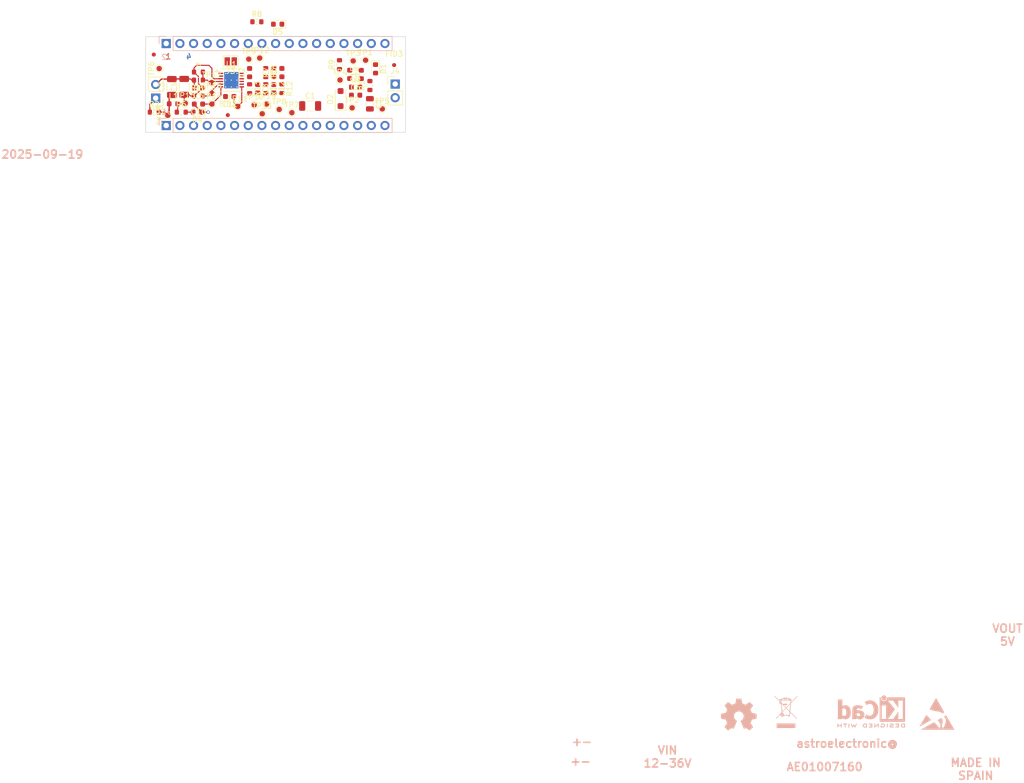
<source format=kicad_pcb>
(kicad_pcb (version 20241229) (generator "pcbnew") (generator_version "9.0")
  (title_block (date "2025-09-19") (rev "1") (company "astroelectronic@") (comment 4 "AE01007160"))
  (layers (0 "F.Cu" signal) (4 "In1.Cu" signal) (6 "In2.Cu" signal) (2 "B.Cu" signal) (13 "F.Paste" user) (15 "B.Paste" user) (5 "F.SilkS" user "F.Silkscreen") (7 "B.SilkS" user "B.Silkscreen") (1 "F.Mask" user) (3 "B.Mask" user) (25 "Edge.Cuts" user))
  (net 0 "")
  (net 1 "/*D13")
  (net 4 "GND")
  (net 5 "/~{RESET}")
  (net 6 "VCC")
  (net 7 "/D14{slash}MISO")
  (net 8 "/D15{slash}SCK")
  (net 9 "/D12")
  (net 10 "/*D11")
  (net 11 "/*D10")
  (net 12 "/*D9")
  (net 13 "/D8")
  (net 14 "/D7")
  (net 15 "/*D6")
  (net 16 "/*D5")
  (net 17 "/D4")
  (net 18 "/*D3{slash}SCL")
  (net 19 "+5V")
  (net 20 "/A5")
  (net 21 "/A4")
  (net 22 "/A3")
  (net 23 "/A2")
  (net 24 "/A1")
  (net 25 "/A0")
  (net 26 "/AREF")
  (net 27 "/D2{slash}SDA")
  (net 28 "/D0{slash}RX")
  (net 29 "/D1{slash}TX")
  (net 30 "/D17{slash}SS")
  (net 31 "/D16{slash}MOSI")
  (net 32 "+3V3")
  (net 33 "/VIN")
  (net 34 "/RON")
  (net 35 "/EN")
  (net 36 "/BST")
  (net 37 "/SW")
  (net 38 "/SS")
  (net 39 "Net-(D4-A)")
  (net 40 "/FB")
  (net 41 "Net-(C8-Pad1)")
  (net 42 "Net-(C13-Pad1)")
  (net 43 "GNDD")
  (net 44 "Net-(D1-A)")
  (net 45 "Net-(D2-A)")
  (net 46 "Net-(C3-Pad1)")
  (net 47 "Net-(D2-K)")
  (net 48 "GNDREF")
  (net 49 "Net-(C12-Pad1)")
  (net 50 "Net-(C14-Pad1)")
  (net 51 "Net-(D5-A)")
  (net 52 "VPP")
  (net 53 "Net-(L6-Pad3)")
  (net 54 "VDC")
  (net 55 "/VCCIC")
  (footprint "LM5160:TestPoint_Pad_D1.0mm" (layer "F.Cu") (at 2.5 -11.85 90)
    (property "Reference" "TP6" (at 0 -1.448 90) (layer "F.SilkS"))
    (property "Value" "TestPoint")
    (pad "1" smd circle (at 0 0 90) (size 1 1) (layers "F.Cu" "F.Mask") (net 48 "GNDREF"))
  )
  (footprint "LM5160:TestPoint_Pad_D1.0mm" (layer "F.Cu") (at 21.175 -13.8)
    (property "Reference" "TP12" (at 0 -1.448 0) (layer "F.SilkS"))
    (property "Value" "TestPoint")
    (pad "1" smd circle (at 0 0) (size 1 1) (layers "F.Cu" "F.Mask") (net 36 "/BST"))
  )
  (footprint "LM5160:LED_0603_1608Metric" (layer "F.Cu") (at 42.7 -11.8 -90)
    (property "Reference" "D1" (at 0 -1.43 90) (layer "F.SilkS"))
    (property "Value" "GREEN")
    (pad "1" smd roundrect (at -0.7875 0 270) (size 0.875 0.95) (layers "F.Cu" "F.Mask" "F.Paste") (net 43 "GNDD"))
    (pad "2" smd roundrect (at 0.7875 0 270) (size 0.875 0.95) (layers "F.Cu" "F.Mask" "F.Paste") (net 44 "Net-(D1-A)"))
  )
  (footprint "LM5160:R_0603_1608Metric" (layer "F.Cu") (at 9.8 -6.75)
    (property "Reference" "R3" (at 0 -1.43 0) (layer "F.SilkS"))
    (property "Value" "113K/1%/0.1W")
    (pad "1" smd roundrect (at -0.825 0) (size 0.8 0.95) (layers "F.Cu" "F.Mask" "F.Paste") (net 33 "/VIN"))
    (pad "2" smd roundrect (at 0.825 0) (size 0.8 0.95) (layers "F.Cu" "F.Mask" "F.Paste") (net 34 "/RON"))
  )
  (footprint "LM5160:C_0603_1608Metric" (layer "F.Cu") (at 25.3 -11.1 90)
    (property "Reference" "C13" (at 0 -1.43 90) (layer "F.SilkS"))
    (property "Value" "2.2uF/10V")
    (pad "1" smd roundrect (at -0.775 0 90) (size 0.9 0.95) (layers "F.Cu" "F.Mask" "F.Paste") (net 42 "Net-(C13-Pad1)"))
    (pad "2" smd roundrect (at 0.775 0 90) (size 0.9 0.95) (layers "F.Cu" "F.Mask" "F.Paste") (net 48 "GNDREF"))
  )
  (footprint "LM5160:LayerMarker_4_6.35x2.54mm_TextH1mm_P1.27mm_BottomMirrored" (layer "F.Cu") (at 4.2 -12.8)
    (property "Reference" "SYM4" (hide yes))
    (property "Value" "LAYERS" (hide yes))
    (fp_text user "1" (at 0 -1.27 0) (layer "F.Cu") (effects (font (thickness 0.2))))
    (fp_text user "4" (at 3.81 -1.27 0) (layer "B.Cu") (effects (font (thickness 0.2)) (justify mirror)))
  )
  (footprint "LM5160:TestPoint_Pad_D1.0mm" (layer "F.Cu") (at 19.15 -13.6)
    (property "Reference" "TP9" (at 0 -1.448 0) (layer "F.SilkS"))
    (property "Value" "TestPoint")
    (pad "1" smd circle (at 0 0) (size 1 1) (layers "F.Cu" "F.Mask") (net 37 "/SW"))
  )
  (footprint "LM5160:C_0805_2012Metric" (layer "F.Cu") (at 41.65 -5.3 -90)
    (property "Reference" "C7" (at 0 -1.68 90) (layer "F.SilkS"))
    (property "Value" "10uF/10V")
    (pad "1" smd roundrect (at -0.95 0 270) (size 1 1.45) (layers "F.Cu" "F.Mask" "F.Paste") (net 52 "VPP"))
    (pad "2" smd roundrect (at 0.95 0 270) (size 1 1.45) (layers "F.Cu" "F.Mask" "F.Paste") (net 43 "GNDD"))
  )
  (footprint "LM5160:TestPoint_Pad_D1.0mm" (layer "F.Cu") (at 12.3 -7.25)
    (property "Reference" "TP16" (at 0 -1.448 0) (layer "F.SilkS"))
    (property "Value" "TestPoint")
    (pad "1" smd circle (at 0 0) (size 1 1) (layers "F.Cu" "F.Mask") (net 34 "/RON"))
  )
  (footprint "LM5160:D_SOD-123F" (layer "F.Cu") (at 36.2 -6.275 90)
    (property "Reference" "D2" (at -0.127 -1.905 90) (layer "F.SilkS"))
    (property "Value" "NTS245SFT1G")
    (pad "1" smd roundrect (at -1.4 0 90) (size 1.1 1.1) (layers "F.Cu" "F.Mask" "F.Paste") (roundrect_rratio 0.2272727273) (net 47 "Net-(D2-K)"))
    (pad "2" smd roundrect (at 1.4 0 90) (size 1.1 1.1) (layers "F.Cu" "F.Mask" "F.Paste") (roundrect_rratio 0.2272727273) (net 45 "Net-(D2-A)"))
  )
  (footprint "LM5160:MountingHole_1.2mm" (layer "F.Cu") (at 101.27 83.49)
    (property "Reference" "MH2" (hide yes))
    (property "Value" "MountingHole_1.2mm" (hide yes))
    (pad "" np_thru_hole circle (at 0 0) (size 1.2 1.2) (drill 1.2) (layers "*.Cu" "*.Mask"))
  )
  (footprint "LM5160:R_0603_1608Metric" (layer "F.Cu") (at 20.65 -20.55)
    (property "Reference" "R8" (at 0 -1.43 0) (layer "F.SilkS"))
    (property "Value" "5.36K/1%/0.1W")
    (pad "1" smd roundrect (at -0.825 0) (size 0.8 0.95) (layers "F.Cu" "F.Mask" "F.Paste") (net 53 "Net-(L6-Pad3)"))
    (pad "2" smd roundrect (at 0.825 0) (size 0.8 0.95) (layers "F.Cu" "F.Mask" "F.Paste") (net 51 "Net-(D5-A)"))
  )
  (footprint "LM5160:C_0603_1608Metric" (layer "F.Cu") (at 40.05 -10.75 90)
    (property "Reference" "C15" (at 0 -1.43 90) (layer "F.SilkS"))
    (property "Value" "0.1uF/50V")
    (pad "1" smd roundrect (at -0.775 0 90) (size 0.9 0.95) (layers "F.Cu" "F.Mask" "F.Paste") (net 52 "VPP"))
    (pad "2" smd roundrect (at 0.775 0 90) (size 0.9 0.95) (layers "F.Cu" "F.Mask" "F.Paste") (net 43 "GNDD"))
  )
  (footprint "LM5160:LED_0603_1608Metric" (layer "F.Cu") (at 9.6 -3.75 180)
    (property "Reference" "D4" (at 0 -1.43 0) (layer "F.SilkS"))
    (property "Value" "BLUE")
    (pad "1" smd roundrect (at -0.7875 0 180) (size 0.875 0.95) (layers "F.Cu" "F.Mask" "F.Paste") (net 48 "GNDREF"))
    (pad "2" smd roundrect (at 0.7875 0 180) (size 0.875 0.95) (layers "F.Cu" "F.Mask" "F.Paste") (net 39 "Net-(D4-A)"))
  )
  (footprint "LM5160:R_0603_1608Metric" (layer "F.Cu") (at 19.3 -8.1 -90)
    (property "Reference" "R13" (at 0 -1.43 90) (layer "F.SilkS"))
    (property "Value" "2.00K/1%/0.1W")
    (pad "1" smd roundrect (at -0.825 0 270) (size 0.8 0.95) (layers "F.Cu" "F.Mask" "F.Paste") (net 40 "/FB"))
    (pad "2" smd roundrect (at 0.825 0 270) (size 0.8 0.95) (layers "F.Cu" "F.Mask" "F.Paste") (net 48 "GNDREF"))
  )
  (footprint "LM5160:R_0603_1608Metric" (layer "F.Cu") (at 1.6 -3.75)
    (property "Reference" "R2" (at 0 -1.43 0) (layer "F.SilkS"))
    (property "Value" "1.00R/1%/0.1W")
    (pad "1" smd roundrect (at -0.825 0) (size 0.8 0.95) (layers "F.Cu" "F.Mask" "F.Paste") (net 54 "VDC"))
    (pad "2" smd roundrect (at 0.825 0) (size 0.8 0.95) (layers "F.Cu" "F.Mask" "F.Paste") (net 46 "Net-(C3-Pad1)"))
  )
  (footprint "LM5160:C_0603_1608Metric" (layer "F.Cu") (at 23.8 -8.1 -90)
    (property "Reference" "C12" (at 0 -1.43 90) (layer "F.SilkS"))
    (property "Value" "0.022uF/50V")
    (pad "1" smd roundrect (at -0.775 0 270) (size 0.9 0.95) (layers "F.Cu" "F.Mask" "F.Paste") (net 49 "Net-(C12-Pad1)"))
    (pad "2" smd roundrect (at 0.775 0 270) (size 0.9 0.95) (layers "F.Cu" "F.Mask" "F.Paste") (net 48 "GNDREF"))
  )
  (footprint "LM5160:TestPoint_Pad_D1.0mm" (layer "F.Cu") (at 38.55 -13.275)
    (property "Reference" "TP3" (at 0 -1.448 0) (layer "F.SilkS"))
    (property "Value" "TestPoint")
    (pad "1" smd circle (at 0 0) (size 1 1) (layers "F.Cu" "F.Mask") (net 50 "Net-(C14-Pad1)"))
  )
  (footprint "LM5160:TestPoint_Pad_D1.0mm" (layer "F.Cu") (at 36.1 -9.725)
    (property "Reference" "TP4" (at 0 -1.448 0) (layer "F.SilkS"))
    (property "Value" "TestPoint")
    (pad "1" smd circle (at 0 0) (size 1 1) (layers "F.Cu" "F.Mask") (net 45 "Net-(D2-A)"))
  )
  (footprint "LM5160:R_0603_1608Metric" (layer "F.Cu") (at 6.6 -3.75)
    (property "Reference" "R6" (at 0 -1.43 0) (layer "F.SilkS"))
    (property "Value" "10.0K/1%/0.1W")
    (pad "1" smd roundrect (at -0.825 0) (size 0.8 0.95) (layers "F.Cu" "F.Mask" "F.Paste") (net 33 "/VIN"))
    (pad "2" smd roundrect (at 0.825 0) (size 0.8 0.95) (layers "F.Cu" "F.Mask" "F.Paste") (net 39 "Net-(D4-A)"))
  )
  (footprint "LM5160:PinHeader_1x02_P2.54mm_Vertical" (layer "F.Cu") (at 46.35 -8.975)
    (property "Reference" "J4" (at 0 -2.38 0) (layer "F.SilkS"))
    (property "Value" "VOUT")
    (pad "1" thru_hole rect (at 0 0) (size 1.7 1.7) (drill 1) (layers "*.Cu" "*.Mask") (net 52 "VPP"))
    (pad "2" thru_hole circle (at 0 2.54) (size 1.7 1.7) (drill 1) (layers "*.Cu" "*.Mask") (net 43 "GNDD"))
  )
  (footprint "LM5160:L_0603_1608Metric" (layer "F.Cu") (at 5.15 -5.3)
    (property "Reference" "L1" (at 0 -1.43 0) (layer "F.SilkS"))
    (property "Value" "2.2uH/0.35A/0.38R")
    (pad "1" smd roundrect (at -0.7875 0) (size 0.875 0.95) (layers "F.Cu" "F.Mask" "F.Paste") (net 46 "Net-(C3-Pad1)"))
    (pad "2" smd roundrect (at 0.7875 0) (size 0.875 0.95) (layers "F.Cu" "F.Mask" "F.Paste") (net 33 "/VIN"))
  )
  (footprint "LM5160:L_0603_1608Metric" (layer "F.Cu") (at 39 -8.4)
    (property "Reference" "L2" (at 0 -1.43 0) (layer "F.SilkS"))
    (property "Value" "2.2uH/0.35A/0.38R")
    (pad "1" smd roundrect (at -0.7875 0) (size 0.875 0.95) (layers "F.Cu" "F.Mask" "F.Paste") (net 47 "Net-(D2-K)"))
    (pad "2" smd roundrect (at 0.7875 0) (size 0.875 0.95) (layers "F.Cu" "F.Mask" "F.Paste") (net 52 "VPP"))
  )
  (footprint "LM5160:C_1206_3216Metric" (layer "F.Cu") (at 30.55 -4.9)
    (property "Reference" "C1" (at 0 -1.85 0) (layer "F.SilkS"))
    (property "Value" "1000pF/2KV")
    (pad "1" smd roundrect (at -1.475 0) (size 1.15 1.8) (layers "F.Cu" "F.Mask" "F.Paste") (roundrect_rratio 0.217391) (net 48 "GNDREF"))
    (pad "2" smd roundrect (at 1.475 0) (size 1.15 1.8) (layers "F.Cu" "F.Mask" "F.Paste") (roundrect_rratio 0.217391) (net 43 "GNDD"))
  )
  (footprint "LM5160:C_1206_3216Metric" (layer "F.Cu") (at 4.85 -8.425 90)
    (property "Reference" "C3" (at 0 -1.85 90) (layer "F.SilkS"))
    (property "Value" "2.2uF/50V")
    (pad "1" smd roundrect (at -1.475 0 90) (size 1.15 1.8) (layers "F.Cu" "F.Mask" "F.Paste") (roundrect_rratio 0.217391) (net 46 "Net-(C3-Pad1)"))
    (pad "2" smd roundrect (at 1.475 0 90) (size 1.15 1.8) (layers "F.Cu" "F.Mask" "F.Paste") (roundrect_rratio 0.217391) (net 48 "GNDREF"))
  )
  (footprint "LM5160:TestPoint_Pad_D1.0mm" (layer "F.Cu") (at 27.15 -3.65)
    (property "Reference" "TP7" (at 0 -1.448 0) (layer "F.SilkS"))
    (property "Value" "TestPoint")
    (pad "1" smd circle (at 0 0) (size 1 1) (layers "F.Cu" "F.Mask") (net 53 "Net-(L6-Pad3)"))
  )
  (footprint "LM5160:R_0603_1608Metric" (layer "F.Cu") (at 41.65 -8.7 90)
    (property "Reference" "R1" (at 0 -1.43 90) (layer "F.SilkS"))
    (property "Value" "1.21K/1%/0.1W")
    (pad "1" smd roundrect (at -0.825 0 90) (size 0.8 0.95) (layers "F.Cu" "F.Mask" "F.Paste") (net 52 "VPP"))
    (pad "2" smd roundrect (at 0.825 0 90) (size 0.8 0.95) (layers "F.Cu" "F.Mask" "F.Paste") (net 44 "Net-(D1-A)"))
  )
  (footprint "LM5160:MountingHole_1.2mm" (layer "F.Cu") (at 146.99 98.73)
    (property "Reference" "MH4" (hide yes))
    (property "Value" "MountingHole_1.2mm" (hide yes))
    (pad "" np_thru_hole circle (at 0 0) (size 1.2 1.2) (drill 1.2) (layers "*.Cu" "*.Mask"))
  )
  (footprint "LM5160:WSON-12-1EP_4x4mm_P0.5mm_EP2.6x3mm_ThermalVias" (layer "F.Cu") (at 15.9 -9.7)
    (property "Reference" "U1" (at 0 -2.95 0) (layer "F.SilkS"))
    (property "Value" "LM5160DNTR")
    (pad "1" smd roundrect (at -1.9375 -1.25) (size 0.875 0.25) (layers "F.Cu" "F.Mask" "F.Paste") (net 48 "GNDREF"))
    (pad "2" smd roundrect (at -1.9375 -0.75) (size 0.875 0.25) (layers "F.Cu" "F.Mask" "F.Paste") (net 48 "GNDREF"))
    (pad "3" smd roundrect (at -1.9375 -0.25) (size 0.875 0.25) (layers "F.Cu" "F.Mask" "F.Paste") (net 33 "/VIN"))
    (pad "4" smd roundrect (at -1.9375 0.25) (size 0.875 0.25) (layers "F.Cu" "F.Mask" "F.Paste") (net 35 "/EN"))
    (pad "5" smd roundrect (at -1.9375 0.75) (size 0.875 0.25) (layers "F.Cu" "F.Mask" "F.Paste") (net 34 "/RON"))
    (pad "6" smd roundrect (at -1.9375 1.25) (size 0.875 0.25) (layers "F.Cu" "F.Mask" "F.Paste") (net 38 "/SS"))
    (pad "7" smd roundrect (at 1.9375 1.25) (size 0.875 0.25) (layers "F.Cu" "F.Mask" "F.Paste") (net 55 "/VCCIC"))
    (pad "8" smd roundrect (at 1.9375 0.75) (size 0.875 0.25) (layers "F.Cu" "F.Mask" "F.Paste") (net 40 "/FB"))
    (pad "9" smd roundrect (at 1.9375 0.25) (size 0.875 0.25) (layers "F.Cu" "F.Mask" "F.Paste") (net 55 "/VCCIC"))
    (pad "10" smd roundrect (at 1.9375 -0.25) (size 0.875 0.25) (layers "F.Cu" "F.Mask" "F.Paste") (net 36 "/BST"))
    (pad "11" smd roundrect (at 1.9375 -0.75) (size 0.875 0.25) (layers "F.Cu" "F.Mask" "F.Paste") (net 37 "/SW"))
    (pad "12" smd roundrect (at 1.9375 -1.25) (size 0.875 0.25) (layers "F.Cu" "F.Mask" "F.Paste") (net 37 "/SW"))
    (pad "13" thru_hole circle (at -1.05 -1.25) (size 0.5 0.5) (drill 0.2) (property pad_prop_heatsink) (layers "*.Cu") (net 48 "GNDREF"))
    (pad "13" thru_hole circle (at -1.05 0) (size 0.5 0.5) (drill 0.2) (property pad_prop_heatsink) (layers "*.Cu") (net 48 "GNDREF"))
    (pad "13" thru_hole circle (at -1.05 1.25) (size 0.5 0.5) (drill 0.2) (property pad_prop_heatsink) (layers "*.Cu") (net 48 "GNDREF"))
    (pad "13" thru_hole circle (at 0 -1.25) (size 0.5 0.5) (drill 0.2) (property pad_prop_heatsink) (layers "*.Cu") (net 48 "GNDREF"))
    (pad "13" thru_hole circle (at 0 0) (size 0.5 0.5) (drill 0.2) (property pad_prop_heatsink) (layers "*.Cu") (net 48 "GNDREF"))
    (pad "13" smd rect (at 0 0) (size 2.6 3) (property pad_prop_heatsink) (layers "F.Cu" "F.Mask") (net 48 "GNDREF"))
    (pad "13" smd rect (at 0 0) (size 2.6 3) (property pad_prop_heatsink) (layers "B.Cu") (net 48 "GNDREF"))
    (pad "13" thru_hole circle (at 0 1.25) (size 0.5 0.5) (drill 0.2) (property pad_prop_heatsink) (layers "*.Cu") (net 48 "GNDREF"))
    (pad "13" thru_hole circle (at 1.05 -1.25) (size 0.5 0.5) (drill 0.2) (property pad_prop_heatsink) (layers "*.Cu") (net 48 "GNDREF"))
    (pad "13" thru_hole circle (at 1.05 0) (size 0.5 0.5) (drill 0.2) (property pad_prop_heatsink) (layers "*.Cu") (net 48 "GNDREF"))
    (pad "13" thru_hole circle (at 1.05 1.25) (size 0.5 0.5) (drill 0.2) (property pad_prop_heatsink) (layers "*.Cu") (net 48 "GNDREF"))
  )
  (footprint "LM5160:TestPoint_Pad_D1.0mm" (layer "F.Cu") (at 20.15 -5.1)
    (property "Reference" "TP10" (at 0 -1.448 0) (layer "F.SilkS"))
    (property "Value" "TestPoint")
    (pad "1" smd circle (at 0 0) (size 1 1) (layers "F.Cu" "F.Mask") (net 40 "/FB"))
  )
  (footprint "LM5160:PinHeader_1x02_P2.54mm_Vertical" (layer "F.Cu") (at 1.85 -6.35 180)
    (property "Reference" "J5" (at 0 -2.38 0) (layer "F.SilkS"))
    (property "Value" "VIN")
    (pad "1" thru_hole rect (at 0 0 180) (size 1.7 1.7) (drill 1) (layers "*.Cu" "*.Mask") (net 54 "VDC"))
    (pad "2" thru_hole circle (at 0 2.54 180) (size 1.7 1.7) (drill 1) (layers "*.Cu" "*.Mask") (net 48 "GNDREF"))
  )
  (footprint "LM5160:TestPoint_Pad_D1.0mm" (layer "F.Cu") (at 4.1 -3.15 90)
    (property "Reference" "TP18" (at 0 -1.448 90) (layer "F.SilkS"))
    (property "Value" "TestPoint")
    (pad "1" smd circle (at 0 0 90) (size 1 1) (layers "F.Cu" "F.Mask") (net 46 "Net-(C3-Pad1)"))
  )
  (footprint "LM5160:TestPoint_Pad_D1.0mm" (layer "F.Cu") (at 24.8 -4.25)
    (property "Reference" "TP8" (at 0 -1.448 0) (layer "F.SilkS"))
    (property "Value" "TestPoint")
    (pad "1" smd circle (at 0 0) (size 1 1) (layers "F.Cu" "F.Mask") (net 42 "Net-(C13-Pad1)"))
  )
  (footprint "LM5160:TestPoint_Pad_D1.0mm" (layer "F.Cu") (at 12.3 -5.25)
    (property "Reference" "TP14" (at 0 -1.448 0) (layer "F.SilkS"))
    (property "Value" "TestPoint")
    (pad "1" smd circle (at 0 0) (size 1 1) (layers "F.Cu" "F.Mask") (net 38 "/SS"))
  )
  (footprint "LM5160:R_0603_1608Metric" (layer "F.Cu") (at 22.3 -11.1 -90)
    (property "Reference" "R5" (at 0 -1.43 90) (layer "F.SilkS"))
    (property "Value" "27.4K/1%/0.1W")
    (pad "1" smd roundrect (at -0.825 0 270) (size 0.8 0.95) (layers "F.Cu" "F.Mask" "F.Paste") (net 37 "/SW"))
    (pad "2" smd roundrect (at 0.825 0 270) (size 0.8 0.95) (layers "F.Cu" "F.Mask" "F.Paste") (net 41 "Net-(C8-Pad1)"))
  )
  (footprint "LM5160:TestPoint_Pad_D1.0mm" (layer "F.Cu") (at 40.85 -13.4)
    (property "Reference" "TP1" (at 0 -1.448 0) (layer "F.SilkS"))
    (property "Value" "TestPoint")
    (pad "1" smd circle (at 0 0) (size 1 1) (layers "F.Cu" "F.Mask") (net 52 "VPP"))
  )
  (footprint "LM5160:Fiducial_0.75mm_Mask2.25mm" (layer "F.Cu") (at 15.25 -3.2)
    (property "Reference" "FID2" (at 0 -2.08 0) (layer "F.SilkS"))
    (property "Value" "Fiducial")
    (pad "" smd circle (at 0 0) (size 0.75 0.75) (layers "F.Cu" "F.Mask") (clearance 0.85))
  )
  (footprint "LM5160:Fiducial_0.75mm_Mask2.25mm" (layer "F.Cu") (at 46.15 -12.5)
    (property "Reference" "FID3" (at 0 -2.08 0) (layer "F.SilkS"))
    (property "Value" "Fiducial")
    (pad "" smd circle (at 0 0) (size 0.75 0.75) (layers "F.Cu" "F.Mask") (clearance 0.85))
  )
  (footprint "LM5160:R_0603_1608Metric" (layer "F.Cu") (at 25.3 -8.1 -90)
    (property "Reference" "R12" (at 0 -1.43 90) (layer "F.SilkS"))
    (property "Value" "0R/5%/0.1W")
    (pad "1" smd roundrect (at -0.825 0 270) (size 0.8 0.95) (layers "F.Cu" "F.Mask" "F.Paste") (net 42 "Net-(C13-Pad1)"))
    (pad "2" smd roundrect (at 0.825 0 270) (size 0.8 0.95) (layers "F.Cu" "F.Mask" "F.Paste") (net 53 "Net-(L6-Pad3)"))
  )
  (footprint "LM5160:C_0603_1608Metric" (layer "F.Cu") (at 19.3 -11.1 90)
    (property "Reference" "C2" (at 0 -1.43 90) (layer "F.SilkS"))
    (property "Value" "0.01uF/50V")
    (pad "1" smd roundrect (at -0.775 0 90) (size 0.9 0.95) (layers "F.Cu" "F.Mask" "F.Paste") (net 36 "/BST"))
    (pad "2" smd roundrect (at 0.775 0 90) (size 0.9 0.95) (layers "F.Cu" "F.Mask" "F.Paste") (net 37 "/SW"))
  )
  (footprint "LM5160:TestPoint_Pad_D1.0mm" (layer "F.Cu") (at 7.35 -5.4)
    (property "Reference" "TP15" (at 0 -1.448 0) (layer "F.SilkS"))
    (property "Value" "TestPoint")
    (pad "1" smd circle (at 0 0) (size 1 1) (layers "F.Cu" "F.Mask") (net 33 "/VIN"))
  )
  (footprint "LM5160:TestPoint_Pad_D1.0mm" (layer "F.Cu") (at 21.65 -3.45)
    (property "Reference" "TP13" (at 0 -1.448 0) (layer "F.SilkS"))
    (property "Value" "TestPoint")
    (pad "1" smd circle (at 0 0) (size 1 1) (layers "F.Cu" "F.Mask") (net 41 "Net-(C8-Pad1)"))
  )
  (footprint "LM5160:C_1206_3216Metric" (layer "F.Cu") (at 7.15 -8.45 90)
    (property "Reference" "C4" (at 0 -1.85 90) (layer "F.SilkS"))
    (property "Value" "2.2uF/50V")
    (pad "1" smd roundrect (at -1.475 0 90) (size 1.15 1.8) (layers "F.Cu" "F.Mask" "F.Paste") (roundrect_rratio 0.217391) (net 33 "/VIN"))
    (pad "2" smd roundrect (at 1.475 0 90) (size 1.15 1.8) (layers "F.Cu" "F.Mask" "F.Paste") (roundrect_rratio 0.217391) (net 48 "GNDREF"))
  )
  (footprint "LM5160:TestPoint_Pad_D1.0mm" (layer "F.Cu") (at 12.25 -9.25)
    (property "Reference" "TP17" (at 0 -1.448 0) (layer "F.SilkS"))
    (property "Value" "TestPoint")
    (pad "1" smd circle (at 0 0) (size 1 1) (layers "F.Cu" "F.Mask") (net 35 "/EN"))
  )
  (footprint "LM5160:TestPoint_Pad_D1.0mm" (layer "F.Cu") (at 38.35 -4.55)
    (property "Reference" "TP2" (at 0 -1.448 0) (layer "F.SilkS"))
    (property "Value" "TestPoint")
    (pad "1" smd circle (at 0 0) (size 1 1) (layers "F.Cu" "F.Mask") (net 47 "Net-(D2-K)"))
  )
  (footprint "LM5160:MountingHole_1.2mm" (layer "F.Cu") (at 101.27 98.73)
    (property "Reference" "MH1" (hide yes))
    (property "Value" "MountingHole_1.2mm" (hide yes))
    (pad "" np_thru_hole circle (at 0 0) (size 1.2 1.2) (drill 1.2) (layers "*.Cu" "*.Mask"))
  )
  (footprint "LM5160:TestPoint_Pad_D1.0mm" (layer "F.Cu") (at 43.95 -4.35)
    (property "Reference" "TP5" (at 0 -1.448 0) (layer "F.SilkS"))
    (property "Value" "TestPoint")
    (pad "1" smd circle (at 0 0) (size 1 1) (layers "F.Cu" "F.Mask") (net 43 "GNDD"))
  )
  (footprint "LM5160:TestPoint_Pad_D1.0mm" (layer "F.Cu") (at 17.1 -4.8)
    (property "Reference" "TP11" (at 0 -1.448 0) (layer "F.SilkS"))
    (property "Value" "TestPoint")
    (pad "1" smd circle (at 0 0) (size 1 1) (layers "F.Cu" "F.Mask") (net 55 "/VCCIC"))
  )
  (footprint "LM5160:Fiducial_0.75mm_Mask2.25mm" (layer "F.Cu") (at 1.5 -14.45)
    (property "Reference" "FID1" (hide yes))
    (property "Value" "Fiducial")
    (pad "" smd circle (at 0 0) (size 0.75 0.75) (layers "F.Cu" "F.Mask") (clearance 0.85))
  )
  (footprint "LM5160:C_0603_1608Metric" (layer "F.Cu") (at 39 -6.9)
    (property "Reference" "C6" (at 0 -1.43 0) (layer "F.SilkS"))
    (property "Value" "0.22uF/16V")
    (pad "1" smd roundrect (at -0.775 0) (size 0.9 0.95) (layers "F.Cu" "F.Mask" "F.Paste") (net 47 "Net-(D2-K)"))
    (pad "2" smd roundrect (at 0.775 0) (size 0.9 0.95) (layers "F.Cu" "F.Mask" "F.Paste") (net 43 "GNDD"))
  )
  (footprint "LM5160:R_0603_1608Metric" (layer "F.Cu") (at 9.8 -9.7 180)
    (property "Reference" "R10" (at 0 -1.43 0) (layer "F.SilkS"))
    (property "Value" "2.00K/1%/0.1W")
    (pad "1" smd roundrect (at -0.825 0 180) (size 0.8 0.95) (layers "F.Cu" "F.Mask" "F.Paste") (net 35 "/EN"))
    (pad "2" smd roundrect (at 0.825 0 180) (size 0.8 0.95) (layers "F.Cu" "F.Mask" "F.Paste") (net 48 "GNDREF"))
  )
  (footprint "LM5160:R_0603_1608Metric" (layer "F.Cu") (at 36 -12.575 90)
    (property "Reference" "R9" (at 0 -1.43 90) (layer "F.SilkS"))
    (property "Value" "150R/1%/0.1W")
    (pad "1" smd roundrect (at -0.825 0 90) (size 0.8 0.95) (layers "F.Cu" "F.Mask" "F.Paste") (net 45 "Net-(D2-A)"))
    (pad "2" smd roundrect (at 0.825 0 90) (size 0.8 0.95) (layers "F.Cu" "F.Mask" "F.Paste") (net 50 "Net-(C14-Pad1)"))
  )
  (footprint "LM5160:TestPoint_Pad_D1.0mm" (layer "F.Cu") (at 22.45 -5.25)
    (property "Reference" "TP19" (at 0 -1.448 0) (layer "F.SilkS"))
    (property "Value" "TestPoint")
    (pad "1" smd circle (at 0 0) (size 1 1) (layers "F.Cu" "F.Mask") (net 49 "Net-(C12-Pad1)"))
  )
  (footprint "LM5160:R_0603_1608Metric" (layer "F.Cu") (at 22.3 -8.1 -90)
    (property "Reference" "R11" (at 0 -1.43 90) (layer "F.SilkS"))
    (property "Value" "42.2R/1%/0.1W")
    (pad "1" smd roundrect (at -0.825 0 270) (size 0.8 0.95) (layers "F.Cu" "F.Mask" "F.Paste") (net 40 "/FB"))
    (pad "2" smd roundrect (at 0.825 0 270) (size 0.8 0.95) (layers "F.Cu" "F.Mask" "F.Paste") (net 49 "Net-(C12-Pad1)"))
  )
  (footprint "LM5160:LED_0603_1608Metric" (layer "F.Cu") (at 24.5125 -20.1 180)
    (property "Reference" "D5" (at 0 -1.43 0) (layer "F.SilkS"))
    (property "Value" "RED")
    (pad "1" smd roundrect (at -0.7875 0 180) (size 0.875 0.95) (layers "F.Cu" "F.Mask" "F.Paste") (net 48 "GNDREF"))
    (pad "2" smd roundrect (at 0.7875 0 180) (size 0.875 0.95) (layers "F.Cu" "F.Mask" "F.Paste") (net 51 "Net-(D5-A)"))
  )
  (footprint "LM5160:C_0603_1608Metric" (layer "F.Cu") (at 9.8 -8.25 180)
    (property "Reference" "C5" (at 0 -1.43 0) (layer "F.SilkS"))
    (property "Value" "0.1uF/50V")
    (pad "1" smd roundrect (at -0.775 0 180) (size 0.9 0.95) (layers "F.Cu" "F.Mask" "F.Paste") (net 33 "/VIN"))
    (pad "2" smd roundrect (at 0.775 0 180) (size 0.9 0.95) (layers "F.Cu" "F.Mask" "F.Paste") (net 48 "GNDREF"))
  )
  (footprint "LM5160:SolderJumper-2_P1.3mm_Open_Pad1.0x1.5mm" (layer "F.Cu") (at 15.8 -13.2 180)
    (property "Reference" "J3" (at 0 -1.8 0) (layer "F.SilkS"))
    (property "Value" "SolderJumper_2_Open")
    (pad "1" smd rect (at -0.65 0 180) (size 1 1.5) (layers "F.Cu" "F.Mask") (net 37 "/SW"))
    (pad "2" smd rect (at 0.65 0 180) (size 1 1.5) (layers "F.Cu" "F.Mask") (net 48 "GNDREF"))
  )
  (footprint "LM5160:C_0603_1608Metric" (layer "F.Cu") (at 15.6 -6.65 180)
    (property "Reference" "C11" (at 0 -1.43 0) (layer "F.SilkS"))
    (property "Value" "1uF/25V")
    (pad "1" smd roundrect (at -0.775 0 180) (size 0.9 0.95) (layers "F.Cu" "F.Mask" "F.Paste") (net 55 "/VCCIC"))
    (pad "2" smd roundrect (at 0.775 0 180) (size 0.9 0.95) (layers "F.Cu" "F.Mask" "F.Paste") (net 48 "GNDREF"))
  )
  (footprint "LM5160:MountingHole_1.2mm" (layer "F.Cu") (at 146.99 83.49)
    (property "Reference" "MH3" (hide yes))
    (property "Value" "MountingHole_1.2mm" (hide yes))
    (pad "" np_thru_hole circle (at 0 0) (size 1.2 1.2) (drill 1.2) (layers "*.Cu" "*.Mask"))
  )
  (footprint "LM5160:R_0603_1608Metric" (layer "F.Cu") (at 9.8 -11.2)
    (property "Reference" "R4" (at 0 -1.43 0) (layer "F.SilkS") (effects (font (size 0.5 0.5) (thickness 0.125))))
    (property "Value" "16.9K/1%/0.1W")
    (pad "1" smd roundrect (at -0.825 0) (size 0.8 0.95) (layers "F.Cu" "F.Mask" "F.Paste") (net 33 "/VIN"))
    (pad "2" smd roundrect (at 0.825 0) (size 0.8 0.95) (layers "F.Cu" "F.Mask" "F.Paste") (net 35 "/EN"))
  )
  (footprint "LM5160:C_0603_1608Metric" (layer "F.Cu") (at 20.8 -8.1 -90)
    (property "Reference" "C8" (at 0 -1.43 90) (layer "F.SilkS"))
    (property "Value" "0.1uF/50V")
    (pad "1" smd roundrect (at -0.775 0 270) (size 0.9 0.95) (layers "F.Cu" "F.Mask" "F.Paste") (net 41 "Net-(C8-Pad1)"))
    (pad "2" smd roundrect (at 0.775 0 270) (size 0.9 0.95) (layers "F.Cu" "F.Mask" "F.Paste") (net 40 "/FB"))
  )
  (footprint "LM5160:R_0603_1608Metric" (layer "F.Cu") (at 23.8 -11.1 90)
    (property "Reference" "R7" (at 0 -1.43 90) (layer "F.SilkS"))
    (property "Value" "3.48K/1%/0.1W")
    (pad "1" smd roundrect (at -0.825 0 90) (size 0.8 0.95) (layers "F.Cu" "F.Mask" "F.Paste") (net 40 "/FB"))
    (pad "2" smd roundrect (at 0.825 0 90) (size 0.8 0.95) (layers "F.Cu" "F.Mask" "F.Paste") (net 42 "Net-(C13-Pad1)"))
  )
  (footprint "LM5160:C_0603_1608Metric" (layer "F.Cu") (at 9.8 -5.25 180)
    (property "Reference" "C10" (at 0 -1.43 0) (layer "F.SilkS"))
    (property "Value" "1000pF/16V")
    (pad "1" smd roundrect (at -0.775 0 180) (size 0.9 0.95) (layers "F.Cu" "F.Mask" "F.Paste") (net 38 "/SS"))
    (pad "2" smd roundrect (at 0.775 0 180) (size 0.9 0.95) (layers "F.Cu" "F.Mask" "F.Paste") (net 48 "GNDREF"))
  )
  (footprint "LM5160:C_0603_1608Metric" (layer "F.Cu") (at 37.9 -10.775 -90)
    (property "Reference" "C14" (at 0 -1.43 90) (layer "F.SilkS"))
    (property "Value" "100pF/50V")
    (pad "1" smd roundrect (at -0.775 0 270) (size 0.9 0.95) (layers "F.Cu" "F.Mask" "F.Paste") (net 50 "Net-(C14-Pad1)"))
    (pad "2" smd roundrect (at 0.775 0 270) (size 0.9 0.95) (layers "F.Cu" "F.Mask" "F.Paste") (net 47 "Net-(D2-K)"))
  )
  (footprint "LM5160:PinHeader_1x17_P2.54mm_Vertical" (layer "B.Cu") (at 3.81 -1.27 -90)
    (property "Reference" "J1" (at -2.54 0 180) (layer "B.SilkS") (effects (justify mirror)))
    (property "Value" "Analog")
    (pad "1" thru_hole rect (at 0 0 270) (size 1.7 1.7) (drill 1) (layers "*.Cu" "*.Mask") (net 1 "/*D13"))
    (pad "2" thru_hole oval (at 0 -2.54 270) (size 1.7 1.7) (drill 1) (layers "*.Cu" "*.Mask") (net 32 "+3V3"))
    (pad "3" thru_hole oval (at 0 -5.08 270) (size 1.7 1.7) (drill 1) (layers "*.Cu" "*.Mask") (net 26 "/AREF"))
    (pad "4" thru_hole oval (at 0 -7.62 270) (size 1.7 1.7) (drill 1) (layers "*.Cu" "*.Mask") (net 25 "/A0"))
    (pad "5" thru_hole oval (at 0 -10.16 270) (size 1.7 1.7) (drill 1) (layers "*.Cu" "*.Mask") (net 24 "/A1"))
    (pad "6" thru_hole oval (at 0 -12.7 270) (size 1.7 1.7) (drill 1) (layers "*.Cu" "*.Mask") (net 23 "/A2"))
    (pad "7" thru_hole oval (at 0 -15.24 270) (size 1.7 1.7) (drill 1) (layers "*.Cu" "*.Mask") (net 22 "/A3"))
    (pad "8" thru_hole oval (at 0 -17.78 270) (size 1.7 1.7) (drill 1) (layers "*.Cu" "*.Mask") (net 21 "/A4"))
    (pad "9" thru_hole oval (at 0 -20.32 270) (size 1.7 1.7) (drill 1) (layers "*.Cu" "*.Mask") (net 20 "/A5"))
    (pad "10" thru_hole oval (at 0 -22.86 270) (size 1.7 1.7) (drill 1) (layers "*.Cu" "*.Mask"))
    (pad "11" thru_hole oval (at 0 -25.4 270) (size 1.7 1.7) (drill 1) (layers "*.Cu" "*.Mask"))
    (pad "12" thru_hole oval (at 0 -27.94 270) (size 1.7 1.7) (drill 1) (layers "*.Cu" "*.Mask") (net 19 "+5V"))
    (pad "13" thru_hole oval (at 0 -30.48 270) (size 1.7 1.7) (drill 1) (layers "*.Cu" "*.Mask") (net 5 "/~{RESET}"))
    (pad "14" thru_hole oval (at 0 -33.02 270) (size 1.7 1.7) (drill 1) (layers "*.Cu" "*.Mask") (net 4 "GND"))
    (pad "15" thru_hole oval (at 0 -35.56 270) (size 1.7 1.7) (drill 1) (layers "*.Cu" "*.Mask") (net 6 "VCC"))
    (pad "16" thru_hole oval (at 0 -38.1 270) (size 1.7 1.7) (drill 1) (layers "*.Cu" "*.Mask") (net 7 "/D14{slash}MISO"))
    (pad "17" thru_hole oval (at 0 -40.64 270) (size 1.7 1.7) (drill 1) (layers "*.Cu" "*.Mask") (net 8 "/D15{slash}SCK"))
  )
  (footprint "LM5160:PinHeader_1x17_P2.54mm_Vertical" (layer "B.Cu") (at 3.81 -16.51 -90)
    (property "Reference" "J2" (at 2.54 0 180) (layer "B.SilkS") (effects (justify mirror)))
    (property "Value" "Digital")
    (pad "1" thru_hole rect (at 0 0 270) (size 1.7 1.7) (drill 1) (layers "*.Cu" "*.Mask") (net 9 "/D12"))
    (pad "2" thru_hole oval (at 0 -2.54 270) (size 1.7 1.7) (drill 1) (layers "*.Cu" "*.Mask") (net 10 "/*D11"))
    (pad "3" thru_hole oval (at 0 -5.08 270) (size 1.7 1.7) (drill 1) (layers "*.Cu" "*.Mask") (net 11 "/*D10"))
    (pad "4" thru_hole oval (at 0 -7.62 270) (size 1.7 1.7) (drill 1) (layers "*.Cu" "*.Mask") (net 12 "/*D9"))
    (pad "5" thru_hole oval (at 0 -10.16 270) (size 1.7 1.7) (drill 1) (layers "*.Cu" "*.Mask") (net 13 "/D8"))
    (pad "6" thru_hole oval (at 0 -12.7 270) (size 1.7 1.7) (drill 1) (layers "*.Cu" "*.Mask") (net 14 "/D7"))
    (pad "7" thru_hole oval (at 0 -15.24 270) (size 1.7 1.7) (drill 1) (layers "*.Cu" "*.Mask") (net 15 "/*D6"))
    (pad "8" thru_hole oval (at 0 -17.78 270) (size 1.7 1.7) (drill 1) (layers "*.Cu" "*.Mask") (net 16 "/*D5"))
    (pad "9" thru_hole oval (at 0 -20.32 270) (size 1.7 1.7) (drill 1) (layers "*.Cu" "*.Mask") (net 17 "/D4"))
    (pad "10" thru_hole oval (at 0 -22.86 270) (size 1.7 1.7) (drill 1) (layers "*.Cu" "*.Mask") (net 18 "/*D3{slash}SCL"))
    (pad "11" thru_hole oval (at 0 -25.4 270) (size 1.7 1.7) (drill 1) (layers "*.Cu" "*.Mask") (net 27 "/D2{slash}SDA"))
    (pad "12" thru_hole oval (at 0 -27.94 270) (size 1.7 1.7) (drill 1) (layers "*.Cu" "*.Mask") (net 4 "GND"))
    (pad "13" thru_hole oval (at 0 -30.48 270) (size 1.7 1.7) (drill 1) (layers "*.Cu" "*.Mask") (net 5 "/~{RESET}"))
    (pad "14" thru_hole oval (at 0 -33.02 270) (size 1.7 1.7) (drill 1) (layers "*.Cu" "*.Mask") (net 28 "/D0{slash}RX"))
    (pad "15" thru_hole oval (at 0 -35.56 270) (size 1.7 1.7) (drill 1) (layers "*.Cu" "*.Mask") (net 29 "/D1{slash}TX"))
    (pad "16" thru_hole oval (at 0 -38.1 270) (size 1.7 1.7) (drill 1) (layers "*.Cu" "*.Mask") (net 30 "/D17{slash}SS"))
    (pad "17" thru_hole oval (at 0 -40.64 270) (size 1.7 1.7) (drill 1) (layers "*.Cu" "*.Mask") (net 31 "/D16{slash}MOSI"))
  )
  (footprint "LM5160:ESD-Logo_6.6x6mm_SilkScreen" (layer "B.Cu") (at 146.99 108.1 180)
    (property "Reference" "SYM2" (hide yes))
    (property "Value" "SYM_ESD_Large" (hide yes))
  )
  (footprint "LM5160:KiCad-Logo2_5mm_SilkScreen" (layer "B.Cu") (at 134.8 107.65 180)
    (property "Reference" "SYM5" (hide yes))
    (property "Value" "KICAD" (hide yes))
  )
  (footprint "LM5160:WEEE-Logo_4.2x6mm_SilkScreen" (layer "B.Cu") (at 118.95 107.75 180)
    (property "Reference" "SYM3" (hide yes))
    (property "Value" "WEEE" (hide yes))
  )
  (footprint "LM5160:OSHW-Symbol_6.7x6mm_SilkScreen" (layer "B.Cu") (at 110.2 108.25 180)
    (property "Reference" "SYM1" (hide yes))
    (property "Value" "Logo_Open_Hardware_Small" (hide yes))
  )
  (gr_line (start 48.26 -17.78) (end 0 -17.78) (stroke (width 0.1)) (layer "Edge.Cuts"))
  (gr_line (start 0 -17.78) (end 0 0) (stroke (width 0.1)) (layer "Edge.Cuts"))
  (gr_line (start 48.26 0) (end 48.26 -17.78) (stroke (width 0.1)) (layer "Edge.Cuts"))
  (gr_line (start 0 0) (end 48.26 0) (stroke (width 0.1)) (layer "Edge.Cuts"))
  (gr_text "${COMMENT4}" (at 118.9 118.85 0) (layer "B.SilkS") (effects (font (size 1.5 1.5) (thickness 0.3) (bold yes)) (justify left bottom)))
  (gr_text "${COMPANY}" (at 120.7 114.5 0) (layer "B.SilkS") (effects (font (size 1.5 1.5) (thickness 0.3) (bold yes)) (justify left bottom)))
  (gr_text "${ISSUE_DATE}" (at -19.2 4.1 0) (layer "B.SilkS") (effects (font (size 1.5 1.5) (thickness 0.3) (bold yes))))
  (gr_text "+-" (at 81.05 113.3 0) (layer "B.SilkS") (effects (font (size 1.5 1.5) (thickness 0.3) (bold yes))))
  (gr_text "+-" (at 80.8 116.95 0) (layer "B.SilkS") (effects (font (size 1.5 1.5) (thickness 0.3) (bold yes))))
  (gr_text "VIN\n12-36V" (at 96.95 116.1 0) (layer "B.SilkS") (effects (font (size 1.5 1.5) (thickness 0.3) (bold yes))))
  (gr_text "MADE IN\nSPAIN" (at 154.2 118.4 0) (layer "B.SilkS") (effects (font (size 1.5 1.5) (thickness 0.3) (bold yes))))
  (gr_text "VOUT\n5V" (at 160.1 93.45 0) (layer "B.SilkS") (effects (font (size 1.5 1.5) (thickness 0.3) (bold yes))))
  (segment (start 9.8 -9.025) (end 10.575 -8.25) (width 0.2) (layer "F.Cu") (net 33))
  (segment (start 12.3 -10.332786) (end 12.3 -11.9) (width 0.2) (layer "F.Cu") (net 33))
  (segment (start 7.15 -5.7) (end 7.15 -6.975) (width 0.2) (layer "F.Cu") (net 33))
  (segment (start 5.9375 -5.3) (end 5.9375 -3.9125) (width 0.2) (layer "F.Cu") (net 33))
  (segment (start 8.125 -6.975) (end 8.35 -6.75) (width 0.2) (layer "F.Cu") (net 33))
  (segment (start 6.75 -5.3) (end 7.15 -5.7) (width 0.2) (layer "F.Cu") (net 33))
  (segment (start 12.3 -11.9) (end 11.75 -12.45) (width 0.2) (layer "F.Cu") (net 33))
  (segment (start 9.075 -6.75) (end 10.575 -8.25) (width 0.2) (layer "F.Cu") (net 33))
  (segment (start 8.975 -11.975) (end 8.975 -11.2) (width 0.2) (layer "F.Cu") (net 33))
  (segment (start 8.35 -6.75) (end 8.975 -6.75) (width 0.2) (layer "F.Cu") (net 33))
  (segment (start 12.682786 -9.95) (end 12.3 -10.332786) (width 0.2) (layer "F.Cu") (net 33))
  (segment (start 5.9375 -5.3) (end 6.75 -5.3) (width 0.2) (layer "F.Cu") (net 33))
  (segment (start 13.9625 -9.95) (end 12.682786 -9.95) (width 0.2) (layer "F.Cu") (net 33))
  (segment (start 5.9375 -3.9125) (end 5.775 -3.75) (width 0.2) (layer "F.Cu") (net 33))
  (segment (start 8.975 -6.75) (end 9.075 -6.75) (width 0.2) (layer "F.Cu") (net 33))
  (segment (start 9.45 -12.45) (end 8.975 -11.975) (width 0.2) (layer "F.Cu") (net 33))
  (segment (start 11.75 -12.45) (end 9.45 -12.45) (width 0.2) (layer "F.Cu") (net 33))
  (segment (start 8.975 -11.2) (end 9.8 -10.375) (width 0.2) (layer "F.Cu") (net 33))
  (segment (start 7.15 -6.975) (end 8.125 -6.975) (width 0.2) (layer "F.Cu") (net 33))
  (segment (start 9.8 -10.375) (end 9.8 -9.025) (width 0.2) (layer "F.Cu") (net 33))
  (segment (start 13.5 -8.95) (end 12.3 -7.75) (width 0.2) (layer "F.Cu") (net 34))
  (segment (start 10.625 -6.75) (end 11.8 -6.75) (width 0.2) (layer "F.Cu") (net 34))
  (segment (start 12.3 -7.75) (end 12.3 -7.25) (width 0.2) (layer "F.Cu") (net 34))
  (segment (start 11.8 -6.75) (end 12.3 -7.25) (width 0.2) (layer "F.Cu") (net 34))
  (segment (start 13.9625 -8.95) (end 13.5 -8.95) (width 0.2) (layer "F.Cu") (net 34))
  (segment (start 13.9625 -9.45) (end 11.7 -9.45) (width 0.2) (layer "F.Cu") (net 35))
  (segment (start 11.45 -9.7) (end 10.625 -9.7) (width 0.2) (layer "F.Cu") (net 35))
  (segment (start 10.625 -11.2) (end 10.625 -9.7) (width 0.2) (layer "F.Cu") (net 35))
  (segment (start 11.7 -9.45) (end 11.45 -9.7) (width 0.2) (layer "F.Cu") (net 35))
  (segment (start 10.575 -5.25) (end 12.3 -5.25) (width 0.2) (layer "F.Cu") (net 38))
  (segment (start 13.9625 -6.9125) (end 12.3 -5.25) (width 0.2) (layer "F.Cu") (net 38))
  (segment (start 13.9625 -8.45) (end 13.9625 -6.9125) (width 0.2) (layer "F.Cu") (net 38))
  (segment (start 7.425 -3.75) (end 8.8125 -3.75) (width 0.2) (layer "F.Cu") (net 39))
  (segment (start 4.3625 -5.3) (end 4.3625 -3.4125) (width 0.25) (layer "F.Cu") (net 46))
  (segment (start 2.425 -3.75) (end 3.5 -3.75) (width 0.25) (layer "F.Cu") (net 46))
  (segment (start 4.3625 -6.4625) (end 4.85 -6.95) (width 0.25) (layer "F.Cu") (net 46))
  (segment (start 3.5 -3.75) (end 4.1 -3.15) (width 0.25) (layer "F.Cu") (net 46))
  (segment (start 4.3625 -3.4125) (end 4.1 -3.15) (width 0.25) (layer "F.Cu") (net 46))
  (segment (start 4.3625 -5.3) (end 4.3625 -6.4625) (width 0.25) (layer "F.Cu") (net 46))
  (segment (start 8.55 -9.7) (end 8.325 -9.925) (width 0.2) (layer "F.Cu") (net 48))
  (segment (start 8.325 -9.925) (end 7.15 -9.925) (width 0.2) (layer "F.Cu") (net 48))
  (segment (start 4.875 -9.925) (end 4.85 -9.9) (width 0.25) (layer "F.Cu") (net 48))
  (segment (start 9.025 -5.1125) (end 10.3875 -3.75) (width 0.25) (layer "F.Cu") (net 48))
  (segment (start 7.15 -9.925) (end 4.875 -9.925) (width 0.25) (layer "F.Cu") (net 48))
  (segment (start 2.915 -9.9) (end 1.905 -8.89) (width 0.25) (layer "F.Cu") (net 48))
  (segment (start 8.975 -9.7) (end 8.55 -9.7) (width 0.2) (layer "F.Cu") (net 48))
  (segment (start 4.85 -9.9) (end 2.915 -9.9) (width 0.25) (layer "F.Cu") (net 48))
  (segment (start 9.025 -8.25) (end 9.025 -9.65) (width 0.2) (layer "F.Cu") (net 48))
  (segment (start 9.025 -9.65) (end 8.975 -9.7) (width 0.2) (layer "F.Cu") (net 48))
  (segment (start 10.3875 -3.75) (end 11.6 -3.75) (width 0.25) (layer "F.Cu") (net 48))
  (segment (start 9.025 -5.25) (end 9.025 -5.1125) (width 0.25) (layer "F.Cu") (net 48))
  (via (at 11.6 -3.75) (size 0.6) (drill 0.4) (layers "F.Cu" "B.Cu") (net 48))
  (segment (start 0.775 -5.22) (end 1.905 -6.35) (width 0.25) (layer "F.Cu") (net 54))
  (segment (start 0.775 -3.75) (end 0.775 -5.22) (width 0.25) (layer "F.Cu") (net 54))
  (segment (start 16.375 -5.525) (end 17.1 -4.8) (width 0.2) (layer "F.Cu") (net 55))
  (segment (start 17.1 -4.8) (end 17.8375 -5.5375) (width 0.2) (layer "F.Cu") (net 55))
  (segment (start 17.8375 -5.5375) (end 17.8375 -8.45) (width 0.2) (layer "F.Cu") (net 55))
  (segment (start 16.375 -6.65) (end 16.375 -5.525) (width 0.2) (layer "F.Cu") (net 55))
)
</source>
